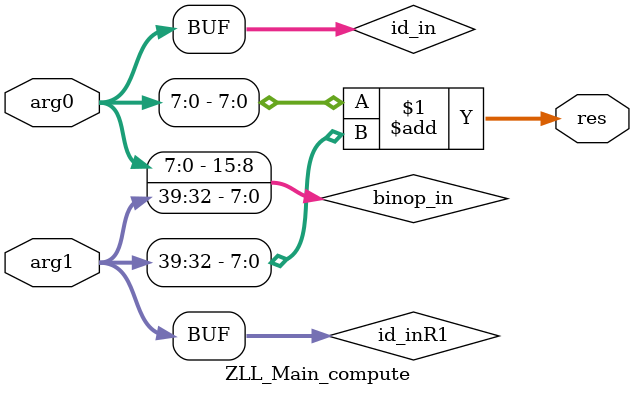
<source format=sv>
module top_level (input logic [1023:0] __in0,
  input logic [31:0] __in1,
  output logic [63:0] __out0);
  logic [1055:0] zll_main_loop4_in;
  logic [1055:0] zll_main_loop3_in;
  logic [1055:0] main_compute_in;
  logic [1055:0] zll_main_compute1_in;
  logic [1055:0] zll_main_compute3_in;
  logic [1023:0] id_in;
  logic [511:0] id_inR1;
  logic [95:0] zll_main_compute_in;
  logic [7:0] zll_main_compute_out;
  logic [1023:0] id_inR2;
  logic [511:0] id_inR3;
  logic [95:0] zll_main_compute_inR1;
  logic [7:0] zll_main_compute_outR1;
  logic [1023:0] id_inR4;
  logic [511:0] id_inR5;
  logic [95:0] zll_main_compute_inR2;
  logic [7:0] zll_main_compute_outR2;
  logic [1023:0] id_inR6;
  logic [511:0] id_inR7;
  logic [95:0] zll_main_compute_inR3;
  logic [7:0] zll_main_compute_outR3;
  logic [1023:0] id_inR8;
  logic [511:0] id_inR9;
  logic [95:0] zll_main_compute_inR4;
  logic [7:0] zll_main_compute_outR4;
  logic [1023:0] id_inR10;
  logic [511:0] id_inR11;
  logic [95:0] zll_main_compute_inR5;
  logic [7:0] zll_main_compute_outR5;
  logic [1023:0] id_inR12;
  logic [511:0] id_inR13;
  logic [95:0] zll_main_compute_inR6;
  logic [7:0] zll_main_compute_outR6;
  logic [1023:0] id_inR14;
  logic [511:0] id_inR15;
  logic [95:0] zll_main_compute_inR7;
  logic [7:0] zll_main_compute_outR7;
  logic [64:0] zll_main_loop1_in;
  logic [64:0] zll_main_loop5_in;
  logic [0:0] __continue;
  assign zll_main_loop4_in = {__in0, __in1};
  assign zll_main_loop3_in = zll_main_loop4_in[1055:0];
  assign main_compute_in = {zll_main_loop3_in[1055:32], zll_main_loop3_in[31:0]};
  assign zll_main_compute1_in = {main_compute_in[1055:32], main_compute_in[31:0]};
  assign zll_main_compute3_in = zll_main_compute1_in[1055:0];
  assign id_in = zll_main_compute3_in[1055:32];
  assign id_inR1 = id_in[1023:512];
  assign zll_main_compute_in = {zll_main_compute3_in[31:0], id_inR1[511:448]};
  ZLL_Main_compute  inst (zll_main_compute_in[95:64], zll_main_compute_in[63:0], zll_main_compute_out);
  assign id_inR2 = zll_main_compute3_in[1055:32];
  assign id_inR3 = id_inR2[1023:512];
  assign zll_main_compute_inR1 = {zll_main_compute3_in[31:0], id_inR3[447:384]};
  ZLL_Main_compute  instR1 (zll_main_compute_inR1[95:64], zll_main_compute_inR1[63:0], zll_main_compute_outR1);
  assign id_inR4 = zll_main_compute3_in[1055:32];
  assign id_inR5 = id_inR4[1023:512];
  assign zll_main_compute_inR2 = {zll_main_compute3_in[31:0], id_inR5[383:320]};
  ZLL_Main_compute  instR2 (zll_main_compute_inR2[95:64], zll_main_compute_inR2[63:0], zll_main_compute_outR2);
  assign id_inR6 = zll_main_compute3_in[1055:32];
  assign id_inR7 = id_inR6[1023:512];
  assign zll_main_compute_inR3 = {zll_main_compute3_in[31:0], id_inR7[319:256]};
  ZLL_Main_compute  instR3 (zll_main_compute_inR3[95:64], zll_main_compute_inR3[63:0], zll_main_compute_outR3);
  assign id_inR8 = zll_main_compute3_in[1055:32];
  assign id_inR9 = id_inR8[1023:512];
  assign zll_main_compute_inR4 = {zll_main_compute3_in[31:0], id_inR9[255:192]};
  ZLL_Main_compute  instR4 (zll_main_compute_inR4[95:64], zll_main_compute_inR4[63:0], zll_main_compute_outR4);
  assign id_inR10 = zll_main_compute3_in[1055:32];
  assign id_inR11 = id_inR10[1023:512];
  assign zll_main_compute_inR5 = {zll_main_compute3_in[31:0], id_inR11[191:128]};
  ZLL_Main_compute  instR5 (zll_main_compute_inR5[95:64], zll_main_compute_inR5[63:0], zll_main_compute_outR5);
  assign id_inR12 = zll_main_compute3_in[1055:32];
  assign id_inR13 = id_inR12[1023:512];
  assign zll_main_compute_inR6 = {zll_main_compute3_in[31:0], id_inR13[127:64]};
  ZLL_Main_compute  instR6 (zll_main_compute_inR6[95:64], zll_main_compute_inR6[63:0], zll_main_compute_outR6);
  assign id_inR14 = zll_main_compute3_in[1055:32];
  assign id_inR15 = id_inR14[1023:512];
  assign zll_main_compute_inR7 = {zll_main_compute3_in[31:0], id_inR15[63:0]};
  ZLL_Main_compute  instR7 (zll_main_compute_inR7[95:64], zll_main_compute_inR7[63:0], zll_main_compute_outR7);
  assign zll_main_loop1_in = {1'h0, {zll_main_compute_out, zll_main_compute_outR1, zll_main_compute_outR2, zll_main_compute_outR3, zll_main_compute_outR4, zll_main_compute_outR5, zll_main_compute_outR6, zll_main_compute_outR7}};
  assign zll_main_loop5_in = zll_main_loop1_in[64:0];
  assign {__continue, __out0} = {1'h1, zll_main_loop5_in[63:0]};
endmodule

module ZLL_Main_compute (input logic [31:0] arg0,
  input logic [63:0] arg1,
  output logic [7:0] res);
  logic [31:0] id_in;
  logic [63:0] id_inR1;
  logic [15:0] binop_in;
  assign id_in = arg0;
  assign id_inR1 = arg1;
  assign binop_in = {id_in[7:0], id_inR1[39:32]};
  assign res = binop_in[15:8] + binop_in[7:0];
endmodule
</source>
